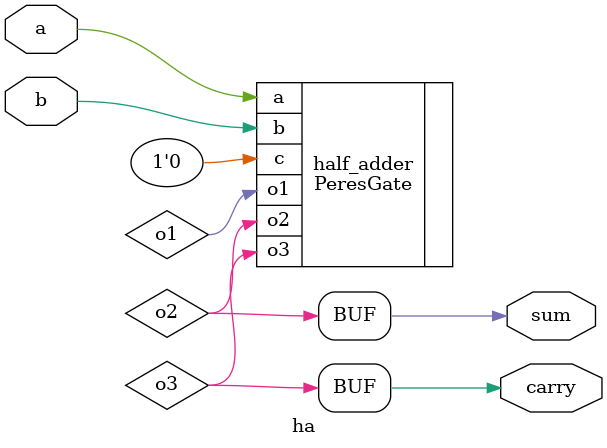
<source format=v>
module ha (
  input a,
  input b,
  output sum,
  output carry
);
  wire o1, o2, o3;
  PeresGate half_adder (
    .a(a),
    .b(b),
    .c(1'b0), // c is set to 0 for the half adder
    .o1(o1),
    .o2(o2),
    .o3(o3)
  );
  assign sum = o2;
  assign carry = o3;
endmodule

</source>
